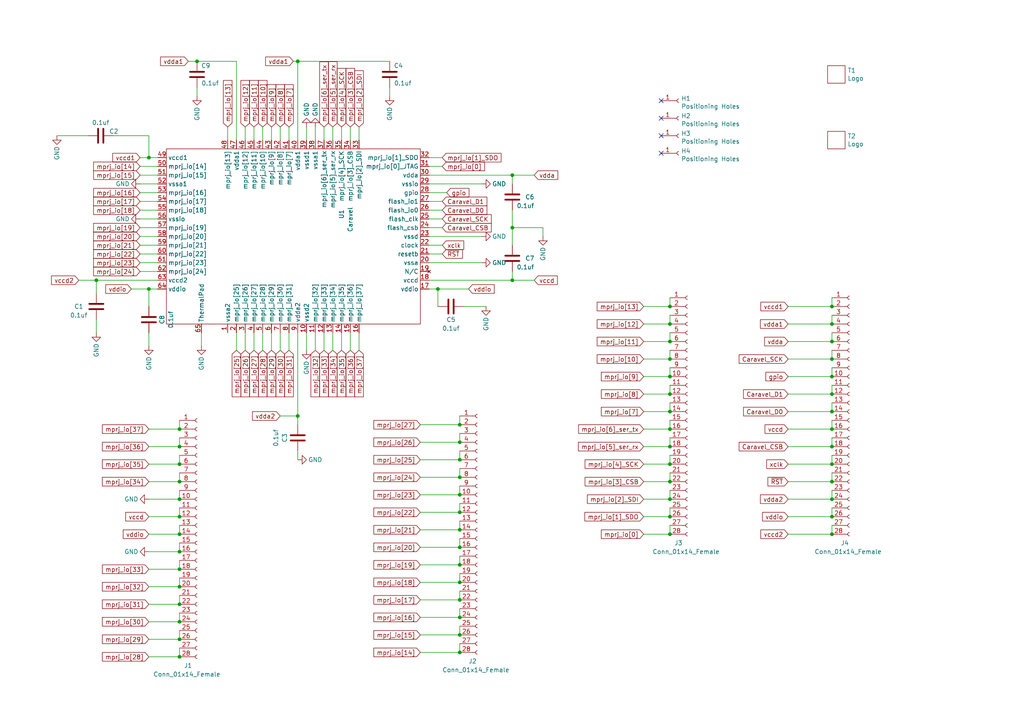
<source format=kicad_sch>
(kicad_sch (version 20211123) (generator eeschema)
  (paper "A4")
  (lib_symbols
    (symbol "Caravel:Logo" (pin_names (offset 1.016))
      (property "Reference" "T" (at -1.27 2.54 0))
      (property "Value" "Logo" (at 1.27 -1.27 0))
      (symbol "Logo_0_1"
        (rectangle (start -1.27 1.27) (end 3.81 -3.81))
      )
    )
    (symbol "Caravel_board:Caravel"
      (property "Reference" "U" (at 0 0 0))
      (property "Value" "Caravel" (at 0 0 0))
      (symbol "Caravel_0_1"
        (rectangle (start -26.67 40.64) (end 24.13 -33.02))
      )
      (symbol "Caravel_1_1"
        (pin power_in line (at -29.21 22.86 0) (length 2.54) (name "vssa2") (number "1"))
        (pin power_in line (at -29.21 0 0) (length 2.54) (name "vssd2") (number "10"))
        (pin bidirectional line (at -29.21 -2.54 0) (length 2.54) (name "mprj_io[32]") (number "11"))
        (pin bidirectional line (at -29.21 -5.08 0) (length 2.54) (name "mprj_io[33]") (number "12"))
        (pin bidirectional line (at -29.21 -7.62 0) (length 2.54) (name "mprj_io[34]") (number "13"))
        (pin bidirectional line (at -29.21 -10.16 0) (length 2.54) (name "mprj_io[35]") (number "14"))
        (pin bidirectional line (at -29.21 -12.7 0) (length 2.54) (name "mprj_io[36]") (number "15"))
        (pin bidirectional line (at -29.21 -15.24 0) (length 2.54) (name "mprj_io[37]") (number "16"))
        (pin power_in line (at -16.51 -35.56 90) (length 2.54) (name "vddio") (number "17"))
        (pin power_in line (at -13.97 -35.56 90) (length 2.54) (name "vccd") (number "18"))
        (pin no_connect line (at -11.43 -35.56 90) (length 2.54) (name "N/C") (number "19"))
        (pin bidirectional line (at -29.21 20.32 0) (length 2.54) (name "mprj_io[25]") (number "2"))
        (pin power_in line (at -8.89 -35.56 90) (length 2.54) (name "vssa") (number "20"))
        (pin input line (at -6.35 -35.56 90) (length 2.54) (name "resetb") (number "21"))
        (pin input line (at -3.81 -35.56 90) (length 2.54) (name "clock") (number "22"))
        (pin power_in line (at -1.27 -35.56 90) (length 2.54) (name "vssd") (number "23"))
        (pin output line (at 1.27 -35.56 90) (length 2.54) (name "flash_csb") (number "24"))
        (pin output line (at 3.81 -35.56 90) (length 2.54) (name "flash_clk") (number "25"))
        (pin bidirectional line (at 6.35 -35.56 90) (length 2.54) (name "flash_io0") (number "26"))
        (pin bidirectional line (at 8.89 -35.56 90) (length 2.54) (name "flash_io1") (number "27"))
        (pin bidirectional line (at 11.43 -35.56 90) (length 2.54) (name "gpio") (number "28"))
        (pin power_in line (at 13.97 -35.56 90) (length 2.54) (name "vssio") (number "29"))
        (pin bidirectional line (at -29.21 17.78 0) (length 2.54) (name "mprj_io[26]") (number "3"))
        (pin power_in line (at 16.51 -35.56 90) (length 2.54) (name "vdda") (number "30"))
        (pin bidirectional line (at 19.05 -35.56 90) (length 2.54) (name "mprj_io[0]_JTAG") (number "31"))
        (pin bidirectional line (at 21.59 -35.56 90) (length 2.54) (name "mprj_io[1]_SDO") (number "32"))
        (pin bidirectional line (at 26.67 -15.24 180) (length 2.54) (name "mprj_io[2]_SDI") (number "33"))
        (pin bidirectional line (at 26.67 -12.7 180) (length 2.54) (name "mprj_io[3]_CSB") (number "34"))
        (pin bidirectional line (at 26.67 -10.16 180) (length 2.54) (name "mprj_io[4]_SCK") (number "35"))
        (pin bidirectional line (at 26.67 -7.62 180) (length 2.54) (name "mprj_io[5]_ser_rx") (number "36"))
        (pin bidirectional line (at 26.67 -5.08 180) (length 2.54) (name "mprj_io[6]_ser_tx") (number "37"))
        (pin power_in line (at 26.67 -2.54 180) (length 2.54) (name "vssa1") (number "38"))
        (pin power_in line (at 26.67 0 180) (length 2.54) (name "vssd1") (number "39"))
        (pin bidirectional line (at -29.21 15.24 0) (length 2.54) (name "mprj_io[27]") (number "4"))
        (pin power_in line (at 26.67 2.54 180) (length 2.54) (name "vdda1") (number "40"))
        (pin bidirectional line (at 26.67 5.08 180) (length 2.54) (name "mprj_io[7]") (number "41"))
        (pin bidirectional line (at 26.67 7.62 180) (length 2.54) (name "mprj_io[8]") (number "42"))
        (pin bidirectional line (at 26.67 10.16 180) (length 2.54) (name "mprj_io[9]") (number "43"))
        (pin bidirectional line (at 26.67 12.7 180) (length 2.54) (name "mprj_io[10]") (number "44"))
        (pin bidirectional line (at 26.67 15.24 180) (length 2.54) (name "mprj_io[11]") (number "45"))
        (pin bidirectional line (at 26.67 17.78 180) (length 2.54) (name "mprj_io[12]") (number "46"))
        (pin power_in line (at 26.67 20.32 180) (length 2.54) (name "vdda1") (number "47"))
        (pin bidirectional line (at 26.67 22.86 180) (length 2.54) (name "mprj_io[13]") (number "48"))
        (pin power_in line (at 21.59 43.18 270) (length 2.54) (name "vccd1") (number "49"))
        (pin bidirectional line (at -29.21 12.7 0) (length 2.54) (name "mprj_io[28]") (number "5"))
        (pin bidirectional line (at 19.05 43.18 270) (length 2.54) (name "mprj_io[14]") (number "50"))
        (pin bidirectional line (at 16.51 43.18 270) (length 2.54) (name "mprj_io[15]") (number "51"))
        (pin power_in line (at 13.97 43.18 270) (length 2.54) (name "vssa1") (number "52"))
        (pin bidirectional line (at 11.43 43.18 270) (length 2.54) (name "mprj_io[16]") (number "53"))
        (pin bidirectional line (at 8.89 43.18 270) (length 2.54) (name "mprj_io[17]") (number "54"))
        (pin bidirectional line (at 6.35 43.18 270) (length 2.54) (name "mprj_io[18]") (number "55"))
        (pin power_in line (at 3.81 43.18 270) (length 2.54) (name "vssio") (number "56"))
        (pin bidirectional line (at 1.27 43.18 270) (length 2.54) (name "mprj_io[19]") (number "57"))
        (pin bidirectional line (at -1.27 43.18 270) (length 2.54) (name "mprj_io[20]") (number "58"))
        (pin bidirectional line (at -3.81 43.18 270) (length 2.54) (name "mprj_io[21]") (number "59"))
        (pin bidirectional line (at -29.21 10.16 0) (length 2.54) (name "mprj_io[29]") (number "6"))
        (pin bidirectional line (at -6.35 43.18 270) (length 2.54) (name "mprj_io[22]") (number "60"))
        (pin bidirectional line (at -8.89 43.18 270) (length 2.54) (name "mprj_io[23]") (number "61"))
        (pin bidirectional line (at -11.43 43.18 270) (length 2.54) (name "mprj_io[24]") (number "62"))
        (pin power_in line (at -13.97 43.18 270) (length 2.54) (name "vccd2") (number "63"))
        (pin power_in line (at -16.51 43.18 270) (length 2.54) (name "vddio") (number "64"))
        (pin power_in line (at -29.21 30.48 0) (length 2.54) (name "ThermalPad") (number "65"))
        (pin bidirectional line (at -29.21 7.62 0) (length 2.54) (name "mprj_io[30]") (number "7"))
        (pin bidirectional line (at -29.21 5.08 0) (length 2.54) (name "mprj_io[31]") (number "8"))
        (pin power_in line (at -29.21 2.54 0) (length 2.54) (name "vdda2") (number "9"))
      )
    )
    (symbol "Connector:Conn_01x01_Female" (pin_names (offset 1.016) hide)
      (property "Reference" "J" (at 0 2.54 0))
      (property "Value" "Conn_01x01_Female" (at 0 -2.54 0))
      (symbol "Conn_01x01_Female_1_1"
        (polyline (pts (xy -1.27 0) (xy -0.508 0)) (stroke (width 0.1524)))
        (arc (start 0 0.508) (mid -0.508 0) (end 0 -0.508) (stroke (width 0.1524)))
        (pin passive line (at -5.08 0 0) (length 3.81) (name "Pin_1") (number "1"))
      )
    )
    (symbol "Connector:Conn_01x28_Female" (pin_names (offset 1.016) hide)
      (property "Reference" "J" (at 0 35.56 0))
      (property "Value" "Conn_01x28_Female" (at 0 -38.1 0))
      (symbol "Conn_01x28_Female_1_1"
        (arc (start 0 -35.052) (mid -0.508 -35.56) (end 0 -36.068) (stroke (width 0.1524)))
        (arc (start 0 -32.512) (mid -0.508 -33.02) (end 0 -33.528) (stroke (width 0.1524)))
        (arc (start 0 -29.972) (mid -0.508 -30.48) (end 0 -30.988) (stroke (width 0.1524)))
        (arc (start 0 -27.432) (mid -0.508 -27.94) (end 0 -28.448) (stroke (width 0.1524)))
        (arc (start 0 -24.892) (mid -0.508 -25.4) (end 0 -25.908) (stroke (width 0.1524)))
        (arc (start 0 -22.352) (mid -0.508 -22.86) (end 0 -23.368) (stroke (width 0.1524)))
        (arc (start 0 -19.812) (mid -0.508 -20.32) (end 0 -20.828) (stroke (width 0.1524)))
        (arc (start 0 -17.272) (mid -0.508 -17.78) (end 0 -18.288) (stroke (width 0.1524)))
        (arc (start 0 -14.732) (mid -0.508 -15.24) (end 0 -15.748) (stroke (width 0.1524)))
        (arc (start 0 -12.192) (mid -0.508 -12.7) (end 0 -13.208) (stroke (width 0.1524)))
        (arc (start 0 -9.652) (mid -0.508 -10.16) (end 0 -10.668) (stroke (width 0.1524)))
        (arc (start 0 -7.112) (mid -0.508 -7.62) (end 0 -8.128) (stroke (width 0.1524)))
        (arc (start 0 -4.572) (mid -0.508 -5.08) (end 0 -5.588) (stroke (width 0.1524)))
        (arc (start 0 -2.032) (mid -0.508 -2.54) (end 0 -3.048) (stroke (width 0.1524)))
        (polyline (pts (xy -1.27 -35.56) (xy -0.508 -35.56)) (stroke (width 0.1524)))
        (polyline (pts (xy -1.27 -33.02) (xy -0.508 -33.02)) (stroke (width 0.1524)))
        (polyline (pts (xy -1.27 -30.48) (xy -0.508 -30.48)) (stroke (width 0.1524)))
        (polyline (pts (xy -1.27 -27.94) (xy -0.508 -27.94)) (stroke (width 0.1524)))
        (polyline (pts (xy -1.27 -25.4) (xy -0.508 -25.4)) (stroke (width 0.1524)))
        (polyline (pts (xy -1.27 -22.86) (xy -0.508 -22.86)) (stroke (width 0.1524)))
        (polyline (pts (xy -1.27 -20.32) (xy -0.508 -20.32)) (stroke (width 0.1524)))
        (polyline (pts (xy -1.27 -17.78) (xy -0.508 -17.78)) (stroke (width 0.1524)))
        (polyline (pts (xy -1.27 -15.24) (xy -0.508 -15.24)) (stroke (width 0.1524)))
        (polyline (pts (xy -1.27 -12.7) (xy -0.508 -12.7)) (stroke (width 0.1524)))
        (polyline (pts (xy -1.27 -10.16) (xy -0.508 -10.16)) (stroke (width 0.1524)))
        (polyline (pts (xy -1.27 -7.62) (xy -0.508 -7.62)) (stroke (width 0.1524)))
        (polyline (pts (xy -1.27 -5.08) (xy -0.508 -5.08)) (stroke (width 0.1524)))
        (polyline (pts (xy -1.27 -2.54) (xy -0.508 -2.54)) (stroke (width 0.1524)))
        (polyline (pts (xy -1.27 0) (xy -0.508 0)) (stroke (width 0.1524)))
        (polyline (pts (xy -1.27 2.54) (xy -0.508 2.54)) (stroke (width 0.1524)))
        (polyline (pts (xy -1.27 5.08) (xy -0.508 5.08)) (stroke (width 0.1524)))
        (polyline (pts (xy -1.27 7.62) (xy -0.508 7.62)) (stroke (width 0.1524)))
        (polyline (pts (xy -1.27 10.16) (xy -0.508 10.16)) (stroke (width 0.1524)))
        (polyline (pts (xy -1.27 12.7) (xy -0.508 12.7)) (stroke (width 0.1524)))
        (polyline (pts (xy -1.27 15.24) (xy -0.508 15.24)) (stroke (width 0.1524)))
        (polyline (pts (xy -1.27 17.78) (xy -0.508 17.78)) (stroke (width 0.1524)))
        (polyline (pts (xy -1.27 20.32) (xy -0.508 20.32)) (stroke (width 0.1524)))
        (polyline (pts (xy -1.27 22.86) (xy -0.508 22.86)) (stroke (width 0.1524)))
        (polyline (pts (xy -1.27 25.4) (xy -0.508 25.4)) (stroke (width 0.1524)))
        (polyline (pts (xy -1.27 27.94) (xy -0.508 27.94)) (stroke (width 0.1524)))
        (polyline (pts (xy -1.27 30.48) (xy -0.508 30.48)) (stroke (width 0.1524)))
        (polyline (pts (xy -1.27 33.02) (xy -0.508 33.02)) (stroke (width 0.1524)))
        (arc (start 0 0.508) (mid -0.508 0) (end 0 -0.508) (stroke (width 0.1524)))
        (arc (start 0 3.048) (mid -0.508 2.54) (end 0 2.032) (stroke (width 0.1524)))
        (arc (start 0 5.588) (mid -0.508 5.08) (end 0 4.572) (stroke (width 0.1524)))
        (arc (start 0 8.128) (mid -0.508 7.62) (end 0 7.112) (stroke (width 0.1524)))
        (arc (start 0 10.668) (mid -0.508 10.16) (end 0 9.652) (stroke (width 0.1524)))
        (arc (start 0 13.208) (mid -0.508 12.7) (end 0 12.192) (stroke (width 0.1524)))
        (arc (start 0 15.748) (mid -0.508 15.24) (end 0 14.732) (stroke (width 0.1524)))
        (arc (start 0 18.288) (mid -0.508 17.78) (end 0 17.272) (stroke (width 0.1524)))
        (arc (start 0 20.828) (mid -0.508 20.32) (end 0 19.812) (stroke (width 0.1524)))
        (arc (start 0 23.368) (mid -0.508 22.86) (end 0 22.352) (stroke (width 0.1524)))
        (arc (start 0 25.908) (mid -0.508 25.4) (end 0 24.892) (stroke (width 0.1524)))
        (arc (start 0 28.448) (mid -0.508 27.94) (end 0 27.432) (stroke (width 0.1524)))
        (arc (start 0 30.988) (mid -0.508 30.48) (end 0 29.972) (stroke (width 0.1524)))
        (arc (start 0 33.528) (mid -0.508 33.02) (end 0 32.512) (stroke (width 0.1524)))
        (pin passive line (at -5.08 33.02 0) (length 3.81) (name "Pin_1") (number "1"))
        (pin passive line (at -5.08 10.16 0) (length 3.81) (name "Pin_10") (number "10"))
        (pin passive line (at -5.08 7.62 0) (length 3.81) (name "Pin_11") (number "11"))
        (pin passive line (at -5.08 5.08 0) (length 3.81) (name "Pin_12") (number "12"))
        (pin passive line (at -5.08 2.54 0) (length 3.81) (name "Pin_13") (number "13"))
        (pin passive line (at -5.08 0 0) (length 3.81) (name "Pin_14") (number "14"))
        (pin passive line (at -5.08 -2.54 0) (length 3.81) (name "Pin_15") (number "15"))
        (pin passive line (at -5.08 -5.08 0) (length 3.81) (name "Pin_16") (number "16"))
        (pin passive line (at -5.08 -7.62 0) (length 3.81) (name "Pin_17") (number "17"))
        (pin passive line (at -5.08 -10.16 0) (length 3.81) (name "Pin_18") (number "18"))
        (pin passive line (at -5.08 -12.7 0) (length 3.81) (name "Pin_19") (number "19"))
        (pin passive line (at -5.08 30.48 0) (length 3.81) (name "Pin_2") (number "2"))
        (pin passive line (at -5.08 -15.24 0) (length 3.81) (name "Pin_20") (number "20"))
        (pin passive line (at -5.08 -17.78 0) (length 3.81) (name "Pin_21") (number "21"))
        (pin passive line (at -5.08 -20.32 0) (length 3.81) (name "Pin_22") (number "22"))
        (pin passive line (at -5.08 -22.86 0) (length 3.81) (name "Pin_23") (number "23"))
        (pin passive line (at -5.08 -25.4 0) (length 3.81) (name "Pin_24") (number "24"))
        (pin passive line (at -5.08 -27.94 0) (length 3.81) (name "Pin_25") (number "25"))
        (pin passive line (at -5.08 -30.48 0) (length 3.81) (name "Pin_26") (number "26"))
        (pin passive line (at -5.08 -33.02 0) (length 3.81) (name "Pin_27") (number "27"))
        (pin passive line (at -5.08 -35.56 0) (length 3.81) (name "Pin_28") (number "28"))
        (pin passive line (at -5.08 27.94 0) (length 3.81) (name "Pin_3") (number "3"))
        (pin passive line (at -5.08 25.4 0) (length 3.81) (name "Pin_4") (number "4"))
        (pin passive line (at -5.08 22.86 0) (length 3.81) (name "Pin_5") (number "5"))
        (pin passive line (at -5.08 20.32 0) (length 3.81) (name "Pin_6") (number "6"))
        (pin passive line (at -5.08 17.78 0) (length 3.81) (name "Pin_7") (number "7"))
        (pin passive line (at -5.08 15.24 0) (length 3.81) (name "Pin_8") (number "8"))
        (pin passive line (at -5.08 12.7 0) (length 3.81) (name "Pin_9") (number "9"))
      )
    )
    (symbol "Device:C" (pin_numbers hide) (pin_names (offset 0.254))
      (property "Reference" "C" (at 0.635 2.54 0))
      (property "Value" "C" (at 0.635 -2.54 0))
      (symbol "C_0_1"
        (polyline (pts (xy -2.032 -0.762) (xy 2.032 -0.762)) (stroke (width 0.508)))
        (polyline (pts (xy -2.032 0.762) (xy 2.032 0.762)) (stroke (width 0.508)))
      )
      (symbol "C_1_1"
        (pin passive line (at 0 3.81 270) (length 2.794) (name "~") (number "1"))
        (pin passive line (at 0 -3.81 90) (length 2.794) (name "~") (number "2"))
      )
    )
    (symbol "power:GND" (power) (pin_names (offset 0))
      (property "Value" "GND" (at 0 -3.81 0))
      (symbol "GND_0_1"
        (polyline (pts (xy 0 0) (xy 0 -1.27) (xy 1.27 -1.27) (xy 0 -2.54) (xy -1.27 -1.27) (xy 0 -1.27)))
      )
      (symbol "GND_1_1"
        (pin power_in line (at 0 0 270) (length 0) hide (name "GND") (number "1"))
      )
    )
  )
  (junction (at 52.07 170.18))
  (junction (at 52.07 129.54))
  (junction (at 27.94 81.28))
  (junction (at 52.07 165.1))
  (junction (at 194.31 134.62))
  (junction (at 241.3 109.22))
  (junction (at 52.07 160.02))
  (junction (at 133.35 128.27))
  (junction (at 194.31 144.78))
  (junction (at 241.3 88.9))
  (junction (at 241.3 144.78))
  (junction (at 133.35 143.51))
  (junction (at 52.07 154.94))
  (junction (at 241.3 114.3))
  (junction (at 52.07 149.86))
  (junction (at 133.35 158.75))
  (junction (at 52.07 139.7))
  (junction (at 127 83.82))
  (junction (at 133.35 133.35))
  (junction (at 148.59 50.8))
  (junction (at 52.07 134.62))
  (junction (at 194.31 93.98))
  (junction (at 52.07 175.26))
  (junction (at 194.31 109.22))
  (junction (at 241.3 93.98))
  (junction (at 43.18 83.82))
  (junction (at 86.36 17.78))
  (junction (at 52.07 190.5))
  (junction (at 241.3 139.7))
  (junction (at 133.35 173.99))
  (junction (at 194.31 104.14))
  (junction (at 194.31 114.3))
  (junction (at 133.35 148.59))
  (junction (at 194.31 154.94))
  (junction (at 241.3 99.06))
  (junction (at 241.3 124.46))
  (junction (at 148.59 81.28))
  (junction (at 194.31 149.86))
  (junction (at 133.35 179.07))
  (junction (at 241.3 119.38))
  (junction (at 133.35 123.19))
  (junction (at 241.3 134.62))
  (junction (at 194.31 88.9))
  (junction (at 241.3 149.86))
  (junction (at 133.35 184.15))
  (junction (at 52.07 124.46))
  (junction (at 52.07 180.34))
  (junction (at 194.31 119.38))
  (junction (at 133.35 189.23))
  (junction (at 52.07 185.42))
  (junction (at 43.18 45.72))
  (junction (at 241.3 154.94))
  (junction (at 133.35 163.83))
  (junction (at 194.31 139.7))
  (junction (at 148.59 66.04))
  (junction (at 133.35 138.43))
  (junction (at 133.35 168.91))
  (junction (at 241.3 129.54))
  (junction (at 194.31 129.54))
  (junction (at 86.36 120.65))
  (junction (at 133.35 153.67))
  (junction (at 241.3 104.14))
  (junction (at 57.15 17.78))
  (junction (at 194.31 99.06))
  (junction (at 194.31 124.46))
  (junction (at 52.07 144.78))
  (no_connect (at 191.77 34.29))
  (no_connect (at 191.77 29.21))
  (no_connect (at 191.77 44.45))
  (no_connect (at 191.77 39.37))
  (wire (pts (xy 86.36 96.52) (xy 86.36 120.65)))
  (wire (pts (xy 127 83.82) (xy 127 88.9)))
  (wire (pts (xy 133.35 184.15) (xy 121.92 184.15)))
  (wire (pts (xy 73.66 101.6) (xy 73.66 96.52)))
  (wire (pts (xy 128.27 63.5) (xy 124.46 63.5)))
  (wire (pts (xy 133.35 184.15) (xy 133.35 181.61)))
  (wire (pts (xy 133.35 168.91) (xy 133.35 166.37)))
  (wire (pts (xy 194.31 121.92) (xy 194.31 124.46)))
  (wire (pts (xy 133.35 153.67) (xy 133.35 151.13)))
  (wire (pts (xy 186.69 154.94) (xy 194.31 154.94)))
  (wire (pts (xy 241.3 96.52) (xy 241.3 99.06)))
  (wire (pts (xy 71.12 36.83) (xy 71.12 40.64)))
  (wire (pts (xy 186.69 119.38) (xy 194.31 119.38)))
  (wire (pts (xy 194.31 147.32) (xy 194.31 149.86)))
  (wire (pts (xy 154.94 81.28) (xy 148.59 81.28)))
  (wire (pts (xy 43.18 83.82) (xy 45.72 83.82)))
  (wire (pts (xy 186.69 99.06) (xy 194.31 99.06)))
  (wire (pts (xy 194.31 137.16) (xy 194.31 139.7)))
  (wire (pts (xy 228.6 119.38) (xy 241.3 119.38)))
  (wire (pts (xy 128.27 60.96) (xy 124.46 60.96)))
  (wire (pts (xy 45.72 58.42) (xy 40.64 58.42)))
  (wire (pts (xy 228.6 139.7) (xy 241.3 139.7)))
  (wire (pts (xy 86.36 17.78) (xy 85.09 17.78)))
  (wire (pts (xy 43.18 170.18) (xy 52.07 170.18)))
  (wire (pts (xy 241.3 121.92) (xy 241.3 124.46)))
  (wire (pts (xy 148.59 66.04) (xy 148.59 71.12)))
  (wire (pts (xy 133.35 148.59) (xy 133.35 146.05)))
  (wire (pts (xy 140.97 88.9) (xy 134.62 88.9)))
  (wire (pts (xy 43.18 190.5) (xy 52.07 190.5)))
  (wire (pts (xy 228.6 109.22) (xy 241.3 109.22)))
  (wire (pts (xy 186.69 104.14) (xy 194.31 104.14)))
  (wire (pts (xy 45.72 48.26) (xy 40.64 48.26)))
  (wire (pts (xy 86.36 123.19) (xy 86.36 120.65)))
  (wire (pts (xy 52.07 144.78) (xy 43.18 144.78)))
  (wire (pts (xy 133.35 163.83) (xy 121.92 163.83)))
  (wire (pts (xy 27.94 81.28) (xy 27.94 85.09)))
  (wire (pts (xy 99.06 101.6) (xy 99.06 96.52)))
  (wire (pts (xy 83.82 101.6) (xy 83.82 96.52)))
  (wire (pts (xy 93.98 36.83) (xy 93.98 40.64)))
  (wire (pts (xy 73.66 36.83) (xy 73.66 40.64)))
  (wire (pts (xy 52.07 144.78) (xy 52.07 142.24)))
  (wire (pts (xy 43.18 45.72) (xy 45.72 45.72)))
  (wire (pts (xy 52.07 124.46) (xy 52.07 121.92)))
  (wire (pts (xy 81.28 36.83) (xy 81.28 40.64)))
  (wire (pts (xy 71.12 101.6) (xy 71.12 96.52)))
  (wire (pts (xy 241.3 154.94) (xy 228.6 154.94)))
  (wire (pts (xy 129.54 55.88) (xy 124.46 55.88)))
  (wire (pts (xy 43.18 134.62) (xy 52.07 134.62)))
  (wire (pts (xy 241.3 152.4) (xy 241.3 154.94)))
  (wire (pts (xy 58.42 96.52) (xy 58.42 100.33)))
  (wire (pts (xy 148.59 81.28) (xy 124.46 81.28)))
  (wire (pts (xy 52.07 165.1) (xy 52.07 162.56)))
  (wire (pts (xy 186.69 134.62) (xy 194.31 134.62)))
  (wire (pts (xy 43.18 96.52) (xy 43.18 100.33)))
  (wire (pts (xy 101.6 101.6) (xy 101.6 96.52)))
  (wire (pts (xy 86.36 130.81) (xy 86.36 133.35)))
  (wire (pts (xy 228.6 99.06) (xy 241.3 99.06)))
  (wire (pts (xy 148.59 66.04) (xy 157.48 66.04)))
  (wire (pts (xy 93.98 101.6) (xy 93.98 96.52)))
  (wire (pts (xy 76.2 101.6) (xy 76.2 96.52)))
  (wire (pts (xy 139.7 53.34) (xy 124.46 53.34)))
  (wire (pts (xy 99.06 36.83) (xy 99.06 40.64)))
  (wire (pts (xy 128.27 48.26) (xy 124.46 48.26)))
  (wire (pts (xy 127 83.82) (xy 124.46 83.82)))
  (wire (pts (xy 124.46 50.8) (xy 148.59 50.8)))
  (wire (pts (xy 78.74 36.83) (xy 78.74 40.64)))
  (wire (pts (xy 228.6 114.3) (xy 241.3 114.3)))
  (wire (pts (xy 133.35 179.07) (xy 121.92 179.07)))
  (wire (pts (xy 16.51 39.37) (xy 25.4 39.37)))
  (wire (pts (xy 68.58 101.6) (xy 68.58 96.52)))
  (wire (pts (xy 52.07 170.18) (xy 52.07 167.64)))
  (wire (pts (xy 194.31 99.06) (xy 194.31 96.52)))
  (wire (pts (xy 241.3 106.68) (xy 241.3 109.22)))
  (wire (pts (xy 241.3 132.08) (xy 241.3 134.62)))
  (wire (pts (xy 38.1 83.82) (xy 43.18 83.82)))
  (wire (pts (xy 133.35 189.23) (xy 133.35 186.69)))
  (wire (pts (xy 78.74 101.6) (xy 78.74 96.52)))
  (wire (pts (xy 186.69 144.78) (xy 194.31 144.78)))
  (wire (pts (xy 40.64 63.5) (xy 45.72 63.5)))
  (wire (pts (xy 228.6 124.46) (xy 241.3 124.46)))
  (wire (pts (xy 241.3 111.76) (xy 241.3 114.3)))
  (wire (pts (xy 52.07 175.26) (xy 52.07 172.72)))
  (wire (pts (xy 133.35 189.23) (xy 121.92 189.23)))
  (wire (pts (xy 45.72 76.2) (xy 40.64 76.2)))
  (wire (pts (xy 40.64 50.8) (xy 45.72 50.8)))
  (wire (pts (xy 27.94 81.28) (xy 22.86 81.28)))
  (wire (pts (xy 96.52 36.83) (xy 96.52 40.64)))
  (wire (pts (xy 133.35 173.99) (xy 133.35 171.45)))
  (wire (pts (xy 43.18 165.1) (xy 52.07 165.1)))
  (wire (pts (xy 133.35 133.35) (xy 133.35 130.81)))
  (wire (pts (xy 86.36 17.78) (xy 113.03 17.78)))
  (wire (pts (xy 81.28 101.6) (xy 81.28 96.52)))
  (wire (pts (xy 86.36 17.78) (xy 86.36 40.64)))
  (wire (pts (xy 128.27 58.42) (xy 124.46 58.42)))
  (wire (pts (xy 228.6 129.54) (xy 241.3 129.54)))
  (wire (pts (xy 133.35 143.51) (xy 133.35 140.97)))
  (wire (pts (xy 52.07 185.42) (xy 52.07 182.88)))
  (wire (pts (xy 133.35 179.07) (xy 133.35 176.53)))
  (wire (pts (xy 91.44 36.83) (xy 91.44 40.64)))
  (wire (pts (xy 121.92 123.19) (xy 133.35 123.19)))
  (wire (pts (xy 133.35 158.75) (xy 133.35 156.21)))
  (wire (pts (xy 52.07 190.5) (xy 52.07 187.96)))
  (wire (pts (xy 228.6 104.14) (xy 241.3 104.14)))
  (wire (pts (xy 157.48 66.04) (xy 157.48 68.58)))
  (wire (pts (xy 52.07 160.02) (xy 52.07 157.48)))
  (wire (pts (xy 27.94 81.28) (xy 45.72 81.28)))
  (wire (pts (xy 40.64 45.72) (xy 43.18 45.72)))
  (wire (pts (xy 96.52 101.6) (xy 96.52 96.52)))
  (wire (pts (xy 133.35 138.43) (xy 133.35 135.89)))
  (wire (pts (xy 228.6 149.86) (xy 241.3 149.86)))
  (wire (pts (xy 194.31 132.08) (xy 194.31 134.62)))
  (wire (pts (xy 43.18 124.46) (xy 52.07 124.46)))
  (wire (pts (xy 194.31 127) (xy 194.31 129.54)))
  (wire (pts (xy 186.69 109.22) (xy 194.31 109.22)))
  (wire (pts (xy 133.35 133.35) (xy 121.92 133.35)))
  (wire (pts (xy 241.3 147.32) (xy 241.3 149.86)))
  (wire (pts (xy 128.27 71.12) (xy 124.46 71.12)))
  (wire (pts (xy 121.92 138.43) (xy 133.35 138.43)))
  (wire (pts (xy 52.07 139.7) (xy 52.07 137.16)))
  (wire (pts (xy 45.72 60.96) (xy 40.64 60.96)))
  (wire (pts (xy 139.7 68.58) (xy 124.46 68.58)))
  (wire (pts (xy 43.18 83.82) (xy 43.18 88.9)))
  (wire (pts (xy 186.69 149.86) (xy 194.31 149.86)))
  (wire (pts (xy 86.36 120.65) (xy 81.28 120.65)))
  (wire (pts (xy 148.59 50.8) (xy 148.59 53.34)))
  (wire (pts (xy 43.18 180.34) (xy 52.07 180.34)))
  (wire (pts (xy 27.94 92.71) (xy 27.94 96.52)))
  (wire (pts (xy 133.35 153.67) (xy 121.92 153.67)))
  (wire (pts (xy 45.72 66.04) (xy 40.64 66.04)))
  (wire (pts (xy 43.18 139.7) (xy 52.07 139.7)))
  (wire (pts (xy 133.35 158.75) (xy 121.92 158.75)))
  (wire (pts (xy 45.72 78.74) (xy 40.64 78.74)))
  (wire (pts (xy 45.72 71.12) (xy 40.64 71.12)))
  (wire (pts (xy 133.35 173.99) (xy 121.92 173.99)))
  (wire (pts (xy 194.31 109.22) (xy 194.31 106.68)))
  (wire (pts (xy 52.07 129.54) (xy 52.07 127)))
  (wire (pts (xy 45.72 73.66) (xy 40.64 73.66)))
  (wire (pts (xy 241.3 142.24) (xy 241.3 144.78)))
  (wire (pts (xy 52.07 154.94) (xy 52.07 152.4)))
  (wire (pts (xy 241.3 137.16) (xy 241.3 139.7)))
  (wire (pts (xy 113.03 27.94) (xy 113.03 25.4)))
  (wire (pts (xy 43.18 39.37) (xy 33.02 39.37)))
  (wire (pts (xy 104.14 40.64) (xy 104.14 36.83)))
  (wire (pts (xy 68.58 17.78) (xy 57.15 17.78)))
  (wire (pts (xy 128.27 45.72) (xy 124.46 45.72)))
  (wire (pts (xy 186.69 129.54) (xy 194.31 129.54)))
  (wire (pts (xy 148.59 78.74) (xy 148.59 81.28)))
  (wire (pts (xy 148.59 60.96) (xy 148.59 66.04)))
  (wire (pts (xy 45.72 55.88) (xy 40.64 55.88)))
  (wire (pts (xy 194.31 111.76) (xy 194.31 114.3)))
  (wire (pts (xy 194.31 152.4) (xy 194.31 154.94)))
  (wire (pts (xy 66.04 36.83) (xy 66.04 40.64)))
  (wire (pts (xy 186.69 88.9) (xy 194.31 88.9)))
  (wire (pts (xy 40.64 53.34) (xy 45.72 53.34)))
  (wire (pts (xy 101.6 36.83) (xy 101.6 40.64)))
  (wire (pts (xy 121.92 128.27) (xy 133.35 128.27)))
  (wire (pts (xy 88.9 96.52) (xy 88.9 101.6)))
  (wire (pts (xy 133.35 168.91) (xy 121.92 168.91)))
  (wire (pts (xy 43.18 175.26) (xy 52.07 175.26)))
  (wire (pts (xy 194.31 142.24) (xy 194.31 144.78)))
  (wire (pts (xy 154.94 50.8) (xy 148.59 50.8)))
  (wire (pts (xy 43.18 185.42) (xy 52.07 185.42)))
  (wire (pts (xy 228.6 93.98) (xy 241.3 93.98)))
  (wire (pts (xy 128.27 73.66) (xy 124.46 73.66)))
  (wire (pts (xy 133.35 143.51) (xy 121.92 143.51)))
  (wire (pts (xy 121.92 148.59) (xy 133.35 148.59)))
  (wire (pts (xy 52.07 180.34) (xy 52.07 177.8)))
  (wire (pts (xy 128.27 66.04) (xy 124.46 66.04)))
  (wire (pts (xy 186.69 93.98) (xy 194.31 93.98)))
  (wire (pts (xy 68.58 40.64) (xy 68.58 17.78)))
  (wire (pts (xy 186.69 139.7) (xy 194.31 139.7)))
  (wire (pts (xy 91.44 101.6) (xy 91.44 96.52)))
  (wire (pts (xy 45.72 68.58) (xy 40.64 68.58)))
  (wire (pts (xy 133.35 163.83) (xy 133.35 161.29)))
  (wire (pts (xy 241.3 127) (xy 241.3 129.54)))
  (wire (pts (xy 241.3 91.44) (xy 241.3 93.98)))
  (wire (pts (xy 241.3 116.84) (xy 241.3 119.38)))
  (wire (pts (xy 194.31 93.98) (xy 194.31 91.44)))
  (wire (pts (xy 194.31 88.9) (xy 194.31 86.36)))
  (wire (pts (xy 186.69 114.3) (xy 194.31 114.3)))
  (wire (pts (xy 52.07 149.86) (xy 43.18 149.86)))
  (wire (pts (xy 241.3 101.6) (xy 241.3 104.14)))
  (wire (pts (xy 52.07 134.62) (xy 52.07 132.08)))
  (wire (pts (xy 127 83.82) (xy 135.89 83.82)))
  (wire (pts (xy 43.18 45.72) (xy 43.18 39.37)))
  (wire (pts (xy 57.15 17.78) (xy 54.61 17.78)))
  (wire (pts (xy 228.6 88.9) (xy 241.3 88.9)))
  (wire (pts (xy 76.2 36.83) (xy 76.2 40.64)))
  (wire (pts (xy 228.6 134.62) (xy 241.3 134.62)))
  (wire (pts (xy 194.31 116.84) (xy 194.31 119.38)))
  (wire (pts (xy 194.31 104.14) (xy 194.31 101.6)))
  (wire (pts (xy 133.35 128.27) (xy 133.35 125.73)))
  (wire (pts (xy 88.9 40.64) (xy 88.9 36.83)))
  (wire (pts (xy 57.15 27.94) (xy 57.15 25.4)))
  (wire (pts (xy 139.7 76.2) (xy 124.46 76.2)))
  (wire (pts (xy 52.07 160.02) (xy 43.18 160.02)))
  (wire (pts (xy 228.6 144.78) (xy 241.3 144.78)))
  (wire (pts (xy 52.07 149.86) (xy 52.07 147.32)))
  (wire (pts (xy 52.07 129.54) (xy 43.18 129.54)))
  (wire (pts (xy 83.82 36.83) (xy 83.82 40.64)))
  (wire (pts (xy 186.69 124.46) (xy 194.31 124.46)))
  (wire (pts (xy 52.07 154.94) (xy 43.18 154.94)))
  (wire (pts (xy 241.3 86.36) (xy 241.3 88.9)))
  (wire (pts (xy 104.14 101.6) (xy 104.14 96.52)))
  (wire (pts (xy 133.35 123.19) (xy 133.35 120.65)))
  (global_label "mprj_io[15]" (shape input) (at 40.64 50.8 180) (property "Intersheet References" "${INTERSHEET_REFS}" (effects hide)))
  (global_label "mprj_io[30]" (shape input) (at 43.18 180.34 180) (property "Intersheet References" "${INTERSHEET_REFS}" (effects hide)))
  (global_label "vdda2" (shape input) (at 228.6 144.78 180) (property "Intersheet References" "${INTERSHEET_REFS}" (effects hide)))
  (global_label "vdda1" (shape input) (at 85.09 17.78 180) (property "Intersheet References" "${INTERSHEET_REFS}" (effects hide)))
  (global_label "mprj_io[10]" (shape input) (at 76.2 36.83 90) (property "Intersheet References" "${INTERSHEET_REFS}" (effects hide)))
  (global_label "vccd1" (shape input) (at 40.64 45.72 180) (property "Intersheet References" "${INTERSHEET_REFS}" (effects hide)))
  (global_label "Caravel_D0" (shape input) (at 128.27 60.96 0) (property "Intersheet References" "${INTERSHEET_REFS}" (effects hide)))
  (global_label "mprj_io[14]" (shape input) (at 121.92 189.23 180) (property "Intersheet References" "${INTERSHEET_REFS}" (effects hide)))
  (global_label "mprj_io[30]" (shape input) (at 81.28 101.6 270) (property "Intersheet References" "${INTERSHEET_REFS}" (effects hide)))
  (global_label "mprj_io[28]" (shape input) (at 43.18 190.5 180) (property "Intersheet References" "${INTERSHEET_REFS}" (effects hide)))
  (global_label "mprj_io[27]" (shape input) (at 121.92 123.19 180) (property "Intersheet References" "${INTERSHEET_REFS}" (effects hide)))
  (global_label "mprj_io[1]_SDO" (shape input) (at 128.27 45.72 0) (property "Intersheet References" "${INTERSHEET_REFS}" (effects hide)))
  (global_label "mprj_io[21]" (shape input) (at 40.64 71.12 180) (property "Intersheet References" "${INTERSHEET_REFS}" (effects hide)))
  (global_label "mprj_io[3]_CSB" (shape input) (at 186.69 139.7 180) (property "Intersheet References" "${INTERSHEET_REFS}" (effects hide)))
  (global_label "mprj_io[2]_SDI" (shape input) (at 186.69 144.78 180) (property "Intersheet References" "${INTERSHEET_REFS}" (effects hide)))
  (global_label "vccd" (shape input) (at 43.18 149.86 180) (property "Intersheet References" "${INTERSHEET_REFS}" (effects hide)))
  (global_label "mprj_io[36]" (shape input) (at 101.6 101.6 270) (property "Intersheet References" "${INTERSHEET_REFS}" (effects hide)))
  (global_label "mprj_io[24]" (shape input) (at 121.92 138.43 180) (property "Intersheet References" "${INTERSHEET_REFS}" (effects hide)))
  (global_label "vddio" (shape input) (at 135.89 83.82 0) (property "Intersheet References" "${INTERSHEET_REFS}" (effects hide)))
  (global_label "Caravel_SCK" (shape input) (at 128.27 63.5 0) (property "Intersheet References" "${INTERSHEET_REFS}" (effects hide)))
  (global_label "mprj_io[6]_ser_tx" (shape input) (at 186.69 124.46 180) (property "Intersheet References" "${INTERSHEET_REFS}" (effects hide)))
  (global_label "mprj_io[31]" (shape input) (at 43.18 175.26 180) (property "Intersheet References" "${INTERSHEET_REFS}" (effects hide)))
  (global_label "mprj_io[20]" (shape input) (at 40.64 68.58 180) (property "Intersheet References" "${INTERSHEET_REFS}" (effects hide)))
  (global_label "gpio" (shape input) (at 228.6 109.22 180) (property "Intersheet References" "${INTERSHEET_REFS}" (effects hide)))
  (global_label "mprj_io[19]" (shape input) (at 40.64 66.04 180) (property "Intersheet References" "${INTERSHEET_REFS}" (effects hide)))
  (global_label "mprj_io[11]" (shape input) (at 73.66 36.83 90) (property "Intersheet References" "${INTERSHEET_REFS}" (effects hide)))
  (global_label "vdda" (shape input) (at 154.94 50.8 0) (property "Intersheet References" "${INTERSHEET_REFS}" (effects hide)))
  (global_label "mprj_io[16]" (shape input) (at 121.92 179.07 180) (property "Intersheet References" "${INTERSHEET_REFS}" (effects hide)))
  (global_label "mprj_io[9]" (shape input) (at 186.69 109.22 180) (property "Intersheet References" "${INTERSHEET_REFS}" (effects hide)))
  (global_label "mprj_io[7]" (shape input) (at 83.82 36.83 90) (property "Intersheet References" "${INTERSHEET_REFS}" (effects hide)))
  (global_label "mprj_io[36]" (shape input) (at 43.18 129.54 180) (property "Intersheet References" "${INTERSHEET_REFS}" (effects hide)))
  (global_label "mprj_io[34]" (shape input) (at 96.52 101.6 270) (property "Intersheet References" "${INTERSHEET_REFS}" (effects hide)))
  (global_label "mprj_io[5]_ser_rx" (shape input) (at 186.69 129.54 180) (property "Intersheet References" "${INTERSHEET_REFS}" (effects hide)))
  (global_label "mprj_io[7]" (shape input) (at 186.69 119.38 180) (property "Intersheet References" "${INTERSHEET_REFS}" (effects hide)))
  (global_label "mprj_io[16]" (shape input) (at 40.64 55.88 180) (property "Intersheet References" "${INTERSHEET_REFS}" (effects hide)))
  (global_label "mprj_io[0]" (shape input) (at 186.69 154.94 180) (property "Intersheet References" "${INTERSHEET_REFS}" (effects hide)))
  (global_label "mprj_io[31]" (shape input) (at 83.82 101.6 270) (property "Intersheet References" "${INTERSHEET_REFS}" (effects hide)))
  (global_label "mprj_io[33]" (shape input) (at 93.98 101.6 270) (property "Intersheet References" "${INTERSHEET_REFS}" (effects hide)))
  (global_label "mprj_io[25]" (shape input) (at 68.58 101.6 270) (property "Intersheet References" "${INTERSHEET_REFS}" (effects hide)))
  (global_label "Caravel_SCK" (shape input) (at 228.6 104.14 180) (property "Intersheet References" "${INTERSHEET_REFS}" (effects hide)))
  (global_label "mprj_io[12]" (shape input) (at 71.12 36.83 90) (property "Intersheet References" "${INTERSHEET_REFS}" (effects hide)))
  (global_label "vdda2" (shape input) (at 81.28 120.65 180) (property "Intersheet References" "${INTERSHEET_REFS}" (effects hide)))
  (global_label "mprj_io[32]" (shape input) (at 43.18 170.18 180) (property "Intersheet References" "${INTERSHEET_REFS}" (effects hide)))
  (global_label "mprj_io[35]" (shape input) (at 99.06 101.6 270) (property "Intersheet References" "${INTERSHEET_REFS}" (effects hide)))
  (global_label "mprj_io[24]" (shape input) (at 40.64 78.74 180) (property "Intersheet References" "${INTERSHEET_REFS}" (effects hide)))
  (global_label "mprj_io[9]" (shape input) (at 78.74 36.83 90) (property "Intersheet References" "${INTERSHEET_REFS}" (effects hide)))
  (global_label "mprj_io[10]" (shape input) (at 186.69 104.14 180) (property "Intersheet References" "${INTERSHEET_REFS}" (effects hide)))
  (global_label "vccd" (shape input) (at 228.6 124.46 180) (property "Intersheet References" "${INTERSHEET_REFS}" (effects hide)))
  (global_label "xclk" (shape input) (at 228.6 134.62 180) (property "Intersheet References" "${INTERSHEET_REFS}" (effects hide)))
  (global_label "mprj_io[17]" (shape input) (at 121.92 173.99 180) (property "Intersheet References" "${INTERSHEET_REFS}" (effects hide)))
  (global_label "~{RST}" (shape input) (at 128.27 73.66 0) (property "Intersheet References" "${INTERSHEET_REFS}" (effects hide)))
  (global_label "mprj_io[27]" (shape input) (at 73.66 101.6 270) (property "Intersheet References" "${INTERSHEET_REFS}" (effects hide)))
  (global_label "Caravel_CSB" (shape input) (at 228.6 129.54 180) (property "Intersheet References" "${INTERSHEET_REFS}" (effects hide)))
  (global_label "mprj_io[19]" (shape input) (at 121.92 163.83 180) (property "Intersheet References" "${INTERSHEET_REFS}" (effects hide)))
  (global_label "mprj_io[32]" (shape input) (at 91.44 101.6 270) (property "Intersheet References" "${INTERSHEET_REFS}" (effects hide)))
  (global_label "mprj_io[34]" (shape input) (at 43.18 139.7 180) (property "Intersheet References" "${INTERSHEET_REFS}" (effects hide)))
  (global_label "mprj_io[11]" (shape input) (at 186.69 99.06 180) (property "Intersheet References" "${INTERSHEET_REFS}" (effects hide)))
  (global_label "vdda1" (shape input) (at 228.6 93.98 180) (property "Intersheet References" "${INTERSHEET_REFS}" (effects hide)))
  (global_label "vccd2" (shape input) (at 228.6 154.94 180) (property "Intersheet References" "${INTERSHEET_REFS}" (effects hide)))
  (global_label "mprj_io[17]" (shape input) (at 40.64 58.42 180) (property "Intersheet References" "${INTERSHEET_REFS}" (effects hide)))
  (global_label "mprj_io[23]" (shape input) (at 121.92 143.51 180) (property "Intersheet References" "${INTERSHEET_REFS}" (effects hide)))
  (global_label "Caravel_CSB" (shape input) (at 128.27 66.04 0) (property "Intersheet References" "${INTERSHEET_REFS}" (effects hide)))
  (global_label "vccd2" (shape input) (at 22.86 81.28 180) (property "Intersheet References" "${INTERSHEET_REFS}" (effects hide)))
  (global_label "mprj_io[22]" (shape input) (at 121.92 148.59 180) (property "Intersheet References" "${INTERSHEET_REFS}" (effects hide)))
  (global_label "mprj_io[21]" (shape input) (at 121.92 153.67 180) (property "Intersheet References" "${INTERSHEET_REFS}" (effects hide)))
  (global_label "mprj_io[23]" (shape input) (at 40.64 76.2 180) (property "Intersheet References" "${INTERSHEET_REFS}" (effects hide)))
  (global_label "Caravel_D0" (shape input) (at 228.6 119.38 180) (property "Intersheet References" "${INTERSHEET_REFS}" (effects hide)))
  (global_label "mprj_io[37]" (shape input) (at 43.18 124.46 180) (property "Intersheet References" "${INTERSHEET_REFS}" (effects hide)))
  (global_label "mprj_io[20]" (shape input) (at 121.92 158.75 180) (property "Intersheet References" "${INTERSHEET_REFS}" (effects hide)))
  (global_label "vddio" (shape input) (at 38.1 83.82 180) (property "Intersheet References" "${INTERSHEET_REFS}" (effects hide)))
  (global_label "mprj_io[8]" (shape input) (at 186.69 114.3 180) (property "Intersheet References" "${INTERSHEET_REFS}" (effects hide)))
  (global_label "mprj_io[33]" (shape input) (at 43.18 165.1 180) (property "Intersheet References" "${INTERSHEET_REFS}" (effects hide)))
  (global_label "vdda" (shape input) (at 228.6 99.06 180) (property "Intersheet References" "${INTERSHEET_REFS}" (effects hide)))
  (global_label "mprj_io[2]_SDI" (shape input) (at 104.14 36.83 90) (property "Intersheet References" "${INTERSHEET_REFS}" (effects hide)))
  (global_label "mprj_io[26]" (shape input) (at 71.12 101.6 270) (property "Intersheet References" "${INTERSHEET_REFS}" (effects hide)))
  (global_label "~{RST}" (shape input) (at 228.6 139.7 180) (property "Intersheet References" "${INTERSHEET_REFS}" (effects hide)))
  (global_label "Caravel_D1" (shape input) (at 228.6 114.3 180) (property "Intersheet References" "${INTERSHEET_REFS}" (effects hide)))
  (global_label "vdda1" (shape input) (at 54.61 17.78 180) (property "Intersheet References" "${INTERSHEET_REFS}" (effects hide)))
  (global_label "mprj_io[14]" (shape input) (at 40.64 48.26 180) (property "Intersheet References" "${INTERSHEET_REFS}" (effects hide)))
  (global_label "mprj_io[29]" (shape input) (at 78.74 101.6 270) (property "Intersheet References" "${INTERSHEET_REFS}" (effects hide)))
  (global_label "mprj_io[6]_ser_tx" (shape input) (at 93.98 36.83 90) (property "Intersheet References" "${INTERSHEET_REFS}" (effects hide)))
  (global_label "mprj_io[3]_CSB" (shape input) (at 101.6 36.83 90) (property "Intersheet References" "${INTERSHEET_REFS}" (effects hide)))
  (global_label "vddio" (shape input) (at 43.18 154.94 180) (property "Intersheet References" "${INTERSHEET_REFS}" (effects hide)))
  (global_label "gpio" (shape input) (at 129.54 55.88 0) (property "Intersheet References" "${INTERSHEET_REFS}" (effects hide)))
  (global_label "mprj_io[4]_SCK" (shape input) (at 99.06 36.83 90) (property "Intersheet References" "${INTERSHEET_REFS}" (effects hide)))
  (global_label "vddio" (shape input) (at 228.6 149.86 180) (property "Intersheet References" "${INTERSHEET_REFS}" (effects hide)))
  (global_label "mprj_io[8]" (shape input) (at 81.28 36.83 90) (property "Intersheet References" "${INTERSHEET_REFS}" (effects hide)))
  (global_label "mprj_io[28]" (shape input) (at 76.2 101.6 270) (property "Intersheet References" "${INTERSHEET_REFS}" (effects hide)))
  (global_label "mprj_io[4]_SCK" (shape input) (at 186.69 134.62 180) (property "Intersheet References" "${INTERSHEET_REFS}" (effects hide)))
  (global_label "mprj_io[18]" (shape input) (at 121.92 168.91 180) (property "Intersheet References" "${INTERSHEET_REFS}" (effects hide)))
  (global_label "mprj_io[13]" (shape input) (at 186.69 88.9 180) (property "Intersheet References" "${INTERSHEET_REFS}" (effects hide)))
  (global_label "mprj_io[18]" (shape input) (at 40.64 60.96 180) (property "Intersheet References" "${INTERSHEET_REFS}" (effects hide)))
  (global_label "mprj_io[12]" (shape input) (at 186.69 93.98 180) (property "Intersheet References" "${INTERSHEET_REFS}" (effects hide)))
  (global_label "mprj_io[15]" (shape input) (at 121.92 184.15 180) (property "Intersheet References" "${INTERSHEET_REFS}" (effects hide)))
  (global_label "vccd1" (shape input) (at 228.6 88.9 180) (property "Intersheet References" "${INTERSHEET_REFS}" (effects hide)))
  (global_label "mprj_io[29]" (shape input) (at 43.18 185.42 180) (property "Intersheet References" "${INTERSHEET_REFS}" (effects hide)))
  (global_label "mprj_io[26]" (shape input) (at 121.92 128.27 180) (property "Intersheet References" "${INTERSHEET_REFS}" (effects hide)))
  (global_label "mprj_io[37]" (shape input) (at 104.14 101.6 270) (property "Intersheet References" "${INTERSHEET_REFS}" (effects hide)))
  (global_label "xclk" (shape input) (at 128.27 71.12 0) (property "Intersheet References" "${INTERSHEET_REFS}" (effects hide)))
  (global_label "Caravel_D1" (shape input) (at 128.27 58.42 0) (property "Intersheet References" "${INTERSHEET_REFS}" (effects hide)))
  (global_label "vccd" (shape input) (at 154.94 81.28 0) (property "Intersheet References" "${INTERSHEET_REFS}" (effects hide)))
  (global_label "mprj_io[0]" (shape input) (at 128.27 48.26 0) (property "Intersheet References" "${INTERSHEET_REFS}" (effects hide)))
  (global_label "mprj_io[1]_SDO" (shape input) (at 186.69 149.86 180) (property "Intersheet References" "${INTERSHEET_REFS}" (effects hide)))
  (global_label "mprj_io[13]" (shape input) (at 66.04 36.83 90) (property "Intersheet References" "${INTERSHEET_REFS}" (effects hide)))
  (global_label "mprj_io[35]" (shape input) (at 43.18 134.62 180) (property "Intersheet References" "${INTERSHEET_REFS}" (effects hide)))
  (global_label "mprj_io[22]" (shape input) (at 40.64 73.66 180) (property "Intersheet References" "${INTERSHEET_REFS}" (effects hide)))
  (global_label "mprj_io[5]_ser_rx" (shape input) (at 96.52 36.83 90) (property "Intersheet References" "${INTERSHEET_REFS}" (effects hide)))
  (global_label "mprj_io[25]" (shape input) (at 121.92 133.35 180) (property "Intersheet References" "${INTERSHEET_REFS}" (effects hide)))
  (symbol (lib_id "Connector:Conn_01x28_Female") (at 138.43 153.67 0) (unit 1)
    (property "Reference" "J2" (at 135.89 191.77 0) (effects (justify left)))
    (property "Value" "Conn_01x14_Female" (at 128.27 194.31 0) (effects (justify left)))
    (property "Footprint" "Connector_PinHeader_1.27mm:PinHeader_2x14_P1.27mm_Vertical" (effects hide))
  )
  (symbol (lib_id "power:GND") (at 91.44 36.83 180) (unit 1)
    (property "Reference" "#PWR010" (effects hide))
    (property "Value" "GND" (at 91.44 31.75 90))
  )
  (symbol (lib_id "Device:C") (at 27.94 88.9 180) (unit 1)
    (property "Reference" "C1" (at 22.86 88.9 0))
    (property "Value" "0.1uf" (at 22.86 91.44 0))
    (property "Footprint" "Capacitor_SMD:C_0402_1005Metric" (effects hide))
  )
  (symbol (lib_id "power:GND") (at 139.7 53.34 90) (unit 1)
    (property "Reference" "#PWR012" (effects hide))
    (property "Value" "GND" (at 144.78 53.34 90))
  )
  (symbol (lib_id "Caravel_board:Caravel") (at 88.9 67.31 90) (unit 1)
    (property "Reference" "U1" (at 99.06 63.5 0) (effects (justify left)))
    (property "Value" "Caravel" (at 101.6 67.31 0) (effects (justify left)))
    (property "Footprint" "Package_DFN_QFN:QFN-64-1EP_9x9mm_P0.5mm_EP6x6mm" (effects hide))
  )
  (symbol (lib_id "power:GND") (at 86.36 133.35 90) (unit 1)
    (property "Reference" "#PWR07" (effects hide))
    (property "Value" "GND" (at 91.44 133.35 90))
  )
  (symbol (lib_id "power:GND") (at 43.18 144.78 270) (mirror x) (unit 1)
    (property "Reference" "#PWR03" (effects hide))
    (property "Value" "GND" (at 38.1 144.78 90))
  )
  (symbol (lib_id "power:GND") (at 43.18 100.33 0) (unit 1)
    (property "Reference" "#PWR0103" (effects hide))
    (property "Value" "GND" (at 43.18 105.41 90))
  )
  (symbol (lib_id "power:GND") (at 40.64 53.34 270) (unit 1)
    (property "Reference" "#PWR0101" (effects hide))
    (property "Value" "GND" (at 35.56 53.34 90))
  )
  (symbol (lib_id "Caravel:Logo") (at 241.3 20.32 0) (unit 1)
    (property "Reference" "T1" (at 245.8212 20.4216 0) (effects (justify left)))
    (property "Value" "Logo" (at 245.8212 22.733 0) (effects (justify left)))
    (property "Footprint" "Caravel_Board:logo" (effects hide))
  )
  (symbol (lib_id "power:GND") (at 58.42 100.33 0) (unit 1)
    (property "Reference" "#PWR06" (effects hide))
    (property "Value" "GND" (at 58.42 105.41 90))
  )
  (symbol (lib_id "power:GND") (at 40.64 63.5 270) (unit 1)
    (property "Reference" "#PWR05" (effects hide))
    (property "Value" "GND" (at 35.56 63.5 90))
  )
  (symbol (lib_id "power:GND") (at 27.94 96.52 0) (unit 1)
    (property "Reference" "#PWR02" (effects hide))
    (property "Value" "GND" (at 27.94 101.6 90))
  )
  (symbol (lib_id "Device:C") (at 148.59 74.93 0) (unit 1)
    (property "Reference" "C7" (at 153.67 74.93 0))
    (property "Value" "0.1uf" (at 152.4 77.47 0))
    (property "Footprint" "Capacitor_SMD:C_0402_1005Metric" (effects hide))
  )
  (symbol (lib_id "Caravel:Logo") (at 241.3 39.37 0) (unit 1)
    (property "Reference" "T2" (at 245.8212 39.4716 0) (effects (justify left)))
    (property "Value" "Logo" (at 245.8212 41.783 0) (effects (justify left)))
    (property "Footprint" "Caravel_Board:ef_logo" (effects hide))
  )
  (symbol (lib_id "power:GND") (at 113.03 27.94 0) (unit 1)
    (property "Reference" "#PWR011" (effects hide))
    (property "Value" "GND" (at 113.03 33.02 90))
  )
  (symbol (lib_id "power:GND") (at 88.9 101.6 0) (unit 1)
    (property "Reference" "#PWR09" (effects hide))
    (property "Value" "GND" (at 88.9 106.68 90))
  )
  (symbol (lib_id "Device:C") (at 86.36 127 180) (unit 1)
    (property "Reference" "C3" (at 82.55 127 90))
    (property "Value" "0.1uf" (at 80.01 127 90))
    (property "Footprint" "Capacitor_SMD:C_0402_1005Metric" (effects hide))
  )
  (symbol (lib_id "Device:C") (at 130.81 88.9 270) (unit 1)
    (property "Reference" "C5" (at 130.81 92.71 90))
    (property "Value" "0.1uf" (at 130.81 95.25 90))
    (property "Footprint" "Capacitor_SMD:C_0402_1005Metric" (effects hide))
  )
  (symbol (lib_id "power:GND") (at 139.7 76.2 90) (unit 1)
    (property "Reference" "#PWR014" (effects hide))
    (property "Value" "GND" (at 144.78 76.2 90))
  )
  (symbol (lib_id "Connector:Conn_01x28_Female") (at 199.39 119.38 0) (unit 1)
    (property "Reference" "J3" (at 195.58 157.48 0) (effects (justify left)))
    (property "Value" "Conn_01x14_Female" (at 189.23 160.02 0) (effects (justify left)))
    (property "Footprint" "Connector_PinHeader_1.27mm:PinHeader_2x14_P1.27mm_Vertical" (effects hide))
  )
  (symbol (lib_id "power:GND") (at 140.97 88.9 0) (unit 1)
    (property "Reference" "#PWR015" (effects hide))
    (property "Value" "GND" (at 140.97 93.98 90))
  )
  (symbol (lib_id "Connector:Conn_01x28_Female") (at 246.38 119.38 0) (unit 1)
    (property "Reference" "J4" (at 243.84 157.48 0) (effects (justify left)))
    (property "Value" "Conn_01x14_Female" (at 236.22 160.02 0) (effects (justify left)))
    (property "Footprint" "Connector_PinHeader_1.27mm:PinHeader_2x14_P1.27mm_Vertical" (effects hide))
  )
  (symbol (lib_id "Device:C") (at 29.21 39.37 90) (unit 1)
    (property "Reference" "C2" (at 33.02 38.1 90))
    (property "Value" "0.1uf" (at 29.21 35.56 90))
    (property "Footprint" "Capacitor_SMD:C_0402_1005Metric" (effects hide))
  )
  (symbol (lib_id "power:GND") (at 139.7 68.58 90) (unit 1)
    (property "Reference" "#PWR013" (effects hide))
    (property "Value" "GND" (at 144.78 68.58 90))
  )
  (symbol (lib_id "Connector:Conn_01x01_Female") (at 196.85 34.29 0) (unit 1)
    (property "Reference" "H2" (at 197.5612 33.6296 0) (effects (justify left)))
    (property "Value" "Positioning Holes" (at 197.5612 35.941 0) (effects (justify left)))
    (property "Footprint" "MountingHole:MountingHole_2.2mm_M2_ISO7380_Pad" (effects hide))
  )
  (symbol (lib_id "Device:C") (at 113.03 21.59 0) (unit 1)
    (property "Reference" "C4" (at 115.57 19.05 0))
    (property "Value" "0.1uf" (at 116.84 24.13 0))
    (property "Footprint" "Capacitor_SMD:C_0402_1005Metric" (effects hide))
  )
  (symbol (lib_id "power:GND") (at 157.48 68.58 0) (unit 1)
    (property "Reference" "#PWR016" (effects hide))
    (property "Value" "GND" (at 157.48 73.66 90))
  )
  (symbol (lib_id "power:GND") (at 43.18 160.02 270) (mirror x) (unit 1)
    (property "Reference" "#PWR04" (effects hide))
    (property "Value" "GND" (at 38.1 160.02 90))
  )
  (symbol (lib_id "power:GND") (at 88.9 36.83 180) (unit 1)
    (property "Reference" "#PWR08" (effects hide))
    (property "Value" "GND" (at 88.9 31.75 90))
  )
  (symbol (lib_id "Connector:Conn_01x01_Female") (at 196.85 29.21 0) (unit 1)
    (property "Reference" "H1" (at 197.5612 28.5496 0) (effects (justify left)))
    (property "Value" "Positioning Holes" (at 197.5612 30.861 0) (effects (justify left)))
    (property "Footprint" "MountingHole:MountingHole_2.2mm_M2_ISO7380_Pad" (effects hide))
  )
  (symbol (lib_id "Device:C") (at 148.59 57.15 0) (unit 1)
    (property "Reference" "C6" (at 153.67 57.15 0))
    (property "Value" "0.1uf" (at 152.4 59.69 0))
    (property "Footprint" "Capacitor_SMD:C_0402_1005Metric" (effects hide))
  )
  (symbol (lib_id "Device:C") (at 43.18 92.71 0) (mirror x) (unit 1)
    (property "Reference" "C8" (at 46.99 92.71 90))
    (property "Value" "0.1uf" (at 49.53 92.71 90))
    (property "Footprint" "Capacitor_SMD:C_0402_1005Metric" (effects hide))
  )
  (symbol (lib_id "power:GND") (at 16.51 39.37 0) (unit 1)
    (property "Reference" "#PWR01" (effects hide))
    (property "Value" "GND" (at 16.51 44.45 90))
  )
  (symbol (lib_id "Connector:Conn_01x28_Female") (at 57.15 154.94 0) (unit 1)
    (property "Reference" "J1" (at 53.34 193.04 0) (effects (justify left)))
    (property "Value" "Conn_01x14_Female" (at 44.45 195.58 0) (effects (justify left)))
    (property "Footprint" "Connector_PinHeader_1.27mm:PinHeader_2x14_P1.27mm_Vertical" (effects hide))
  )
  (symbol (lib_id "Connector:Conn_01x01_Female") (at 196.85 44.45 0) (unit 1)
    (property "Reference" "H4" (at 197.5612 43.7896 0) (effects (justify left)))
    (property "Value" "Positioning Holes" (at 197.5612 46.101 0) (effects (justify left)))
    (property "Footprint" "MountingHole:MountingHole_2.2mm_M2_ISO7380_Pad" (effects hide))
  )
  (symbol (lib_id "Device:C") (at 57.15 21.59 0) (unit 1)
    (property "Reference" "C9" (at 59.69 19.05 0))
    (property "Value" "0.1uf" (at 60.96 24.13 0))
    (property "Footprint" "Capacitor_SMD:C_0402_1005Metric" (effects hide))
  )
  (symbol (lib_id "power:GND") (at 57.15 27.94 0) (unit 1)
    (property "Reference" "#PWR0102" (effects hide))
    (property "Value" "GND" (at 57.15 33.02 90))
  )
  (symbol (lib_id "Connector:Conn_01x01_Female") (at 196.85 39.37 0) (unit 1)
    (property "Reference" "H3" (at 197.5612 38.7096 0) (effects (justify left)))
    (property "Value" "Positioning Holes" (at 197.5612 41.021 0) (effects (justify left)))
    (property "Footprint" "MountingHole:MountingHole_2.2mm_M2_ISO7380_Pad" (effects hide))
  )
)
</source>
